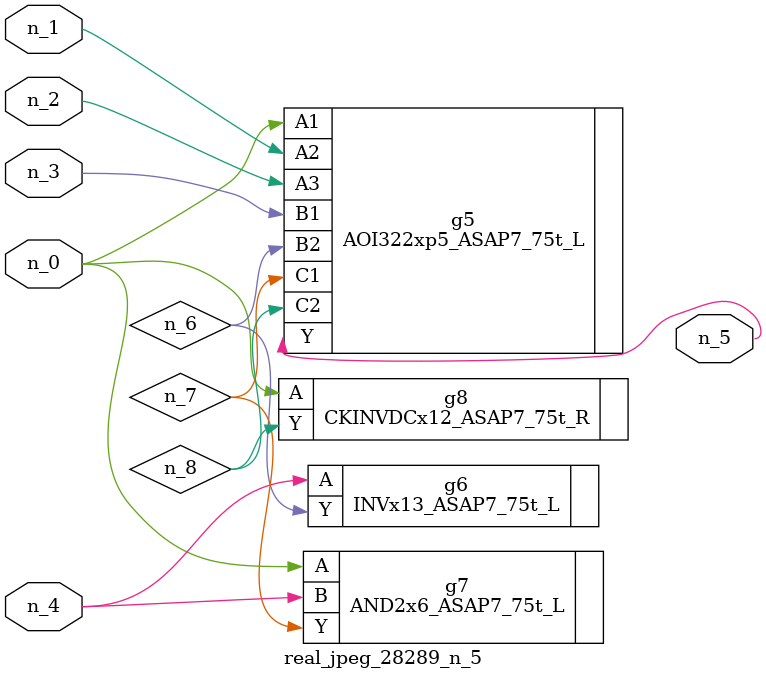
<source format=v>
module real_jpeg_28289_n_5 (n_4, n_0, n_1, n_2, n_3, n_5);

input n_4;
input n_0;
input n_1;
input n_2;
input n_3;

output n_5;

wire n_8;
wire n_6;
wire n_7;

AOI322xp5_ASAP7_75t_L g5 ( 
.A1(n_0),
.A2(n_1),
.A3(n_2),
.B1(n_3),
.B2(n_6),
.C1(n_7),
.C2(n_8),
.Y(n_5)
);

AND2x6_ASAP7_75t_L g7 ( 
.A(n_0),
.B(n_4),
.Y(n_7)
);

CKINVDCx12_ASAP7_75t_R g8 ( 
.A(n_0),
.Y(n_8)
);

INVx13_ASAP7_75t_L g6 ( 
.A(n_4),
.Y(n_6)
);


endmodule
</source>
